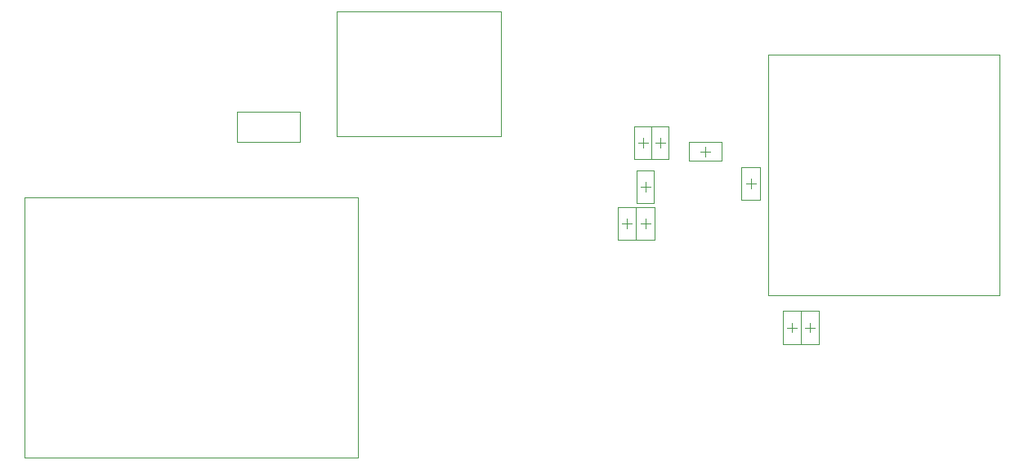
<source format=gbr>
%TF.GenerationSoftware,Altium Limited,Altium Designer,19.1.8 (144)*%
G04 Layer_Color=32768*
%FSLAX26Y26*%
%MOIN*%
%TF.FileFunction,Other,Mechanical_15*%
%TF.Part,Single*%
G01*
G75*
%TA.AperFunction,NonConductor*%
%ADD37C,0.003937*%
%ADD52C,0.001968*%
D37*
X1161417Y1334646D02*
Y1460630D01*
Y1334646D02*
X1417323D01*
Y1460630D01*
X1161417D02*
X1417323D01*
X1567913Y1358268D02*
X2237205D01*
X1567913D02*
Y1870079D01*
X2237205D01*
Y1358268D02*
Y1870079D01*
X2816772Y1312638D02*
Y1352008D01*
X2797087Y1332323D02*
X2836457D01*
X2886772Y1312638D02*
Y1352008D01*
X2867087Y1332323D02*
X2906457D01*
X2826772Y1132638D02*
Y1172008D01*
X2807087Y1152323D02*
X2846457D01*
X296260Y47244D02*
Y1110236D01*
X1654527D01*
Y47244D02*
Y1110236D01*
X296260Y47244D02*
X1654527D01*
X4271654Y708661D02*
Y1692913D01*
X3326772Y708661D02*
X4271654D01*
X3326772D02*
Y1692913D01*
X4271654D01*
X2732087Y1002323D02*
X2771457D01*
X2751772Y982638D02*
Y1022008D01*
X2807087Y1003740D02*
X2846457D01*
X2826772Y984055D02*
Y1023425D01*
X3479252Y577913D02*
X3518622D01*
X3498937Y558228D02*
Y597598D01*
X3404252Y577913D02*
X3443622D01*
X3423937Y558228D02*
Y597598D01*
X3071772Y1277638D02*
Y1317008D01*
X3052087Y1297323D02*
X3091457D01*
X3237087Y1167323D02*
X3276457D01*
X3256772Y1147638D02*
Y1187008D01*
D52*
X2781339Y1399252D02*
X2852205D01*
X2781339Y1265394D02*
X2852205D01*
Y1399252D01*
X2781339Y1265394D02*
Y1399252D01*
X2851339D02*
X2922205D01*
X2851339Y1265394D02*
X2922205D01*
Y1399252D01*
X2851339Y1265394D02*
Y1399252D01*
X2791339Y1085394D02*
X2862205D01*
X2791339Y1219252D02*
X2862205D01*
X2791339Y1085394D02*
Y1219252D01*
X2862205Y1085394D02*
Y1219252D01*
X2714370Y935394D02*
Y1069252D01*
X2789173Y935394D02*
Y1069252D01*
X2714370Y935394D02*
X2789173D01*
X2714370Y1069252D02*
X2789173D01*
X2789370Y936811D02*
Y1070669D01*
X2864173Y936811D02*
Y1070669D01*
X2789370Y936811D02*
X2864173D01*
X2789370Y1070669D02*
X2864173D01*
X3461535Y510984D02*
Y644842D01*
X3536339Y510984D02*
Y644842D01*
X3461535Y510984D02*
X3536339D01*
X3461535Y644842D02*
X3536339D01*
X3386535Y510984D02*
Y644842D01*
X3461339Y510984D02*
Y644842D01*
X3386535Y510984D02*
X3461339D01*
X3386535Y644842D02*
X3461339D01*
X3004843Y1259921D02*
X3138701D01*
X3004843Y1334724D02*
X3138701D01*
Y1259921D02*
Y1334724D01*
X3004843Y1259921D02*
Y1334724D01*
X3219370Y1100394D02*
Y1234252D01*
X3294173Y1100394D02*
Y1234252D01*
X3219370Y1100394D02*
X3294173D01*
X3219370Y1234252D02*
X3294173D01*
%TF.MD5,2b968baa7eb22a6ed810495feeed28a4*%
M02*

</source>
